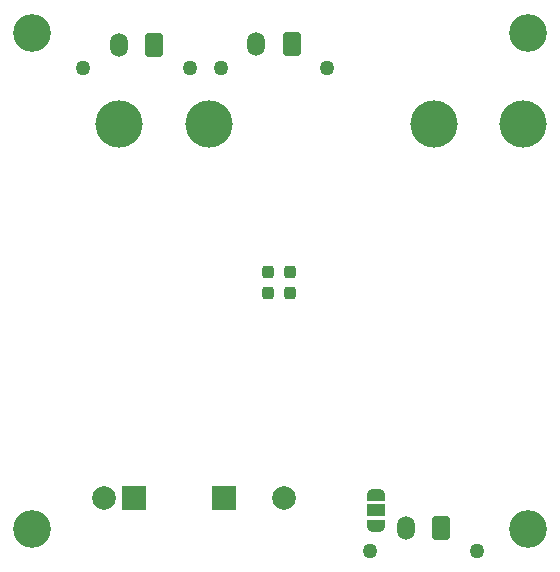
<source format=gbs>
G04 #@! TF.GenerationSoftware,KiCad,Pcbnew,8.0.5*
G04 #@! TF.CreationDate,2024-10-05T22:37:39+02:00*
G04 #@! TF.ProjectId,HVI,4856492e-6b69-4636-9164-5f7063625858,rev?*
G04 #@! TF.SameCoordinates,Original*
G04 #@! TF.FileFunction,Soldermask,Bot*
G04 #@! TF.FilePolarity,Negative*
%FSLAX46Y46*%
G04 Gerber Fmt 4.6, Leading zero omitted, Abs format (unit mm)*
G04 Created by KiCad (PCBNEW 8.0.5) date 2024-10-05 22:37:39*
%MOMM*%
%LPD*%
G01*
G04 APERTURE LIST*
G04 Aperture macros list*
%AMRoundRect*
0 Rectangle with rounded corners*
0 $1 Rounding radius*
0 $2 $3 $4 $5 $6 $7 $8 $9 X,Y pos of 4 corners*
0 Add a 4 corners polygon primitive as box body*
4,1,4,$2,$3,$4,$5,$6,$7,$8,$9,$2,$3,0*
0 Add four circle primitives for the rounded corners*
1,1,$1+$1,$2,$3*
1,1,$1+$1,$4,$5*
1,1,$1+$1,$6,$7*
1,1,$1+$1,$8,$9*
0 Add four rect primitives between the rounded corners*
20,1,$1+$1,$2,$3,$4,$5,0*
20,1,$1+$1,$4,$5,$6,$7,0*
20,1,$1+$1,$6,$7,$8,$9,0*
20,1,$1+$1,$8,$9,$2,$3,0*%
%AMFreePoly0*
4,1,19,0.550000,-0.750000,0.000000,-0.750000,0.000000,-0.744911,-0.071157,-0.744911,-0.207708,-0.704816,-0.327430,-0.627875,-0.420627,-0.520320,-0.479746,-0.390866,-0.500000,-0.250000,-0.500000,0.250000,-0.479746,0.390866,-0.420627,0.520320,-0.327430,0.627875,-0.207708,0.704816,-0.071157,0.744911,0.000000,0.744911,0.000000,0.750000,0.550000,0.750000,0.550000,-0.750000,0.550000,-0.750000,
$1*%
%AMFreePoly1*
4,1,19,0.000000,0.744911,0.071157,0.744911,0.207708,0.704816,0.327430,0.627875,0.420627,0.520320,0.479746,0.390866,0.500000,0.250000,0.500000,-0.250000,0.479746,-0.390866,0.420627,-0.520320,0.327430,-0.627875,0.207708,-0.704816,0.071157,-0.744911,0.000000,-0.744911,0.000000,-0.750000,-0.550000,-0.750000,-0.550000,0.750000,0.000000,0.750000,0.000000,0.744911,0.000000,0.744911,
$1*%
G04 Aperture macros list end*
%ADD10C,1.270000*%
%ADD11RoundRect,0.250001X0.499999X0.759999X-0.499999X0.759999X-0.499999X-0.759999X0.499999X-0.759999X0*%
%ADD12O,1.500000X2.020000*%
%ADD13C,3.200000*%
%ADD14C,4.000000*%
%ADD15C,2.000000*%
%ADD16R,2.000000X2.000000*%
%ADD17FreePoly0,270.000000*%
%ADD18R,1.500000X1.000000*%
%ADD19FreePoly1,270.000000*%
%ADD20RoundRect,0.237500X-0.237500X0.287500X-0.237500X-0.287500X0.237500X-0.287500X0.237500X0.287500X0*%
%ADD21RoundRect,0.237500X0.237500X-0.287500X0.237500X0.287500X-0.237500X0.287500X-0.237500X-0.287500X0*%
G04 APERTURE END LIST*
D10*
X110632000Y-106873000D03*
X101632000Y-106873000D03*
D11*
X107632000Y-104913000D03*
D12*
X104632000Y-104913000D03*
D13*
X115000000Y-63000000D03*
X115000000Y-105000000D03*
D10*
X86315000Y-65965000D03*
X77315000Y-65965000D03*
D11*
X83315000Y-64005000D03*
D12*
X80315000Y-64005000D03*
D14*
X80375000Y-70725000D03*
X87995000Y-70725000D03*
X106975000Y-70725000D03*
X114585000Y-70725000D03*
D10*
X97965000Y-65955000D03*
X88965000Y-65955000D03*
D11*
X94965000Y-63995000D03*
D12*
X91965000Y-63995000D03*
D15*
X79075000Y-102410000D03*
D16*
X81615000Y-102410000D03*
X89235000Y-102410000D03*
D15*
X94315000Y-102410000D03*
D13*
X73000000Y-63000000D03*
X73000000Y-105000000D03*
D17*
X102075000Y-102125000D03*
D18*
X102075000Y-103425000D03*
D19*
X102075000Y-104725000D03*
D20*
X94820000Y-83290000D03*
X94820000Y-85040000D03*
D21*
X92990000Y-85020000D03*
X92990000Y-83270000D03*
M02*

</source>
